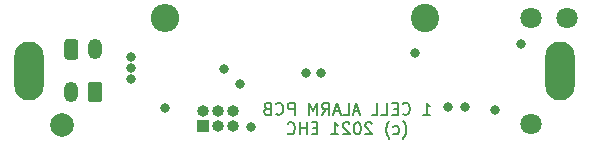
<source format=gbr>
%TF.GenerationSoftware,KiCad,Pcbnew,(5.1.10-1-10_14)*%
%TF.CreationDate,2021-11-16T21:19:30+13:00*%
%TF.ProjectId,BMSladder,424d536c-6164-4646-9572-2e6b69636164,rev?*%
%TF.SameCoordinates,Original*%
%TF.FileFunction,Soldermask,Bot*%
%TF.FilePolarity,Negative*%
%FSLAX46Y46*%
G04 Gerber Fmt 4.6, Leading zero omitted, Abs format (unit mm)*
G04 Created by KiCad (PCBNEW (5.1.10-1-10_14)) date 2021-11-16 21:19:30*
%MOMM*%
%LPD*%
G01*
G04 APERTURE LIST*
%ADD10C,0.150000*%
%ADD11C,1.800000*%
%ADD12O,1.200000X1.750000*%
%ADD13O,1.000000X1.000000*%
%ADD14R,1.000000X1.000000*%
%ADD15O,2.400000X2.400000*%
%ADD16C,2.400000*%
%ADD17C,2.000000*%
%ADD18O,2.500000X5.000000*%
%ADD19C,0.800000*%
G04 APERTURE END LIST*
D10*
X55402380Y-29727380D02*
X55973809Y-29727380D01*
X55688095Y-29727380D02*
X55688095Y-28727380D01*
X55783333Y-28870238D01*
X55878571Y-28965476D01*
X55973809Y-29013095D01*
X53640476Y-29632142D02*
X53688095Y-29679761D01*
X53830952Y-29727380D01*
X53926190Y-29727380D01*
X54069047Y-29679761D01*
X54164285Y-29584523D01*
X54211904Y-29489285D01*
X54259523Y-29298809D01*
X54259523Y-29155952D01*
X54211904Y-28965476D01*
X54164285Y-28870238D01*
X54069047Y-28775000D01*
X53926190Y-28727380D01*
X53830952Y-28727380D01*
X53688095Y-28775000D01*
X53640476Y-28822619D01*
X53211904Y-29203571D02*
X52878571Y-29203571D01*
X52735714Y-29727380D02*
X53211904Y-29727380D01*
X53211904Y-28727380D01*
X52735714Y-28727380D01*
X51830952Y-29727380D02*
X52307142Y-29727380D01*
X52307142Y-28727380D01*
X51021428Y-29727380D02*
X51497619Y-29727380D01*
X51497619Y-28727380D01*
X49973809Y-29441666D02*
X49497619Y-29441666D01*
X50069047Y-29727380D02*
X49735714Y-28727380D01*
X49402380Y-29727380D01*
X48592857Y-29727380D02*
X49069047Y-29727380D01*
X49069047Y-28727380D01*
X48307142Y-29441666D02*
X47830952Y-29441666D01*
X48402380Y-29727380D02*
X48069047Y-28727380D01*
X47735714Y-29727380D01*
X46830952Y-29727380D02*
X47164285Y-29251190D01*
X47402380Y-29727380D02*
X47402380Y-28727380D01*
X47021428Y-28727380D01*
X46926190Y-28775000D01*
X46878571Y-28822619D01*
X46830952Y-28917857D01*
X46830952Y-29060714D01*
X46878571Y-29155952D01*
X46926190Y-29203571D01*
X47021428Y-29251190D01*
X47402380Y-29251190D01*
X46402380Y-29727380D02*
X46402380Y-28727380D01*
X46069047Y-29441666D01*
X45735714Y-28727380D01*
X45735714Y-29727380D01*
X44497619Y-29727380D02*
X44497619Y-28727380D01*
X44116666Y-28727380D01*
X44021428Y-28775000D01*
X43973809Y-28822619D01*
X43926190Y-28917857D01*
X43926190Y-29060714D01*
X43973809Y-29155952D01*
X44021428Y-29203571D01*
X44116666Y-29251190D01*
X44497619Y-29251190D01*
X42926190Y-29632142D02*
X42973809Y-29679761D01*
X43116666Y-29727380D01*
X43211904Y-29727380D01*
X43354761Y-29679761D01*
X43450000Y-29584523D01*
X43497619Y-29489285D01*
X43545238Y-29298809D01*
X43545238Y-29155952D01*
X43497619Y-28965476D01*
X43450000Y-28870238D01*
X43354761Y-28775000D01*
X43211904Y-28727380D01*
X43116666Y-28727380D01*
X42973809Y-28775000D01*
X42926190Y-28822619D01*
X42164285Y-29203571D02*
X42021428Y-29251190D01*
X41973809Y-29298809D01*
X41926190Y-29394047D01*
X41926190Y-29536904D01*
X41973809Y-29632142D01*
X42021428Y-29679761D01*
X42116666Y-29727380D01*
X42497619Y-29727380D01*
X42497619Y-28727380D01*
X42164285Y-28727380D01*
X42069047Y-28775000D01*
X42021428Y-28822619D01*
X41973809Y-28917857D01*
X41973809Y-29013095D01*
X42021428Y-29108333D01*
X42069047Y-29155952D01*
X42164285Y-29203571D01*
X42497619Y-29203571D01*
X53664285Y-31758333D02*
X53711904Y-31710714D01*
X53807142Y-31567857D01*
X53854761Y-31472619D01*
X53902380Y-31329761D01*
X53950000Y-31091666D01*
X53950000Y-30901190D01*
X53902380Y-30663095D01*
X53854761Y-30520238D01*
X53807142Y-30425000D01*
X53711904Y-30282142D01*
X53664285Y-30234523D01*
X52854761Y-31329761D02*
X52950000Y-31377380D01*
X53140476Y-31377380D01*
X53235714Y-31329761D01*
X53283333Y-31282142D01*
X53330952Y-31186904D01*
X53330952Y-30901190D01*
X53283333Y-30805952D01*
X53235714Y-30758333D01*
X53140476Y-30710714D01*
X52950000Y-30710714D01*
X52854761Y-30758333D01*
X52521428Y-31758333D02*
X52473809Y-31710714D01*
X52378571Y-31567857D01*
X52330952Y-31472619D01*
X52283333Y-31329761D01*
X52235714Y-31091666D01*
X52235714Y-30901190D01*
X52283333Y-30663095D01*
X52330952Y-30520238D01*
X52378571Y-30425000D01*
X52473809Y-30282142D01*
X52521428Y-30234523D01*
X51045238Y-30472619D02*
X50997619Y-30425000D01*
X50902380Y-30377380D01*
X50664285Y-30377380D01*
X50569047Y-30425000D01*
X50521428Y-30472619D01*
X50473809Y-30567857D01*
X50473809Y-30663095D01*
X50521428Y-30805952D01*
X51092857Y-31377380D01*
X50473809Y-31377380D01*
X49854761Y-30377380D02*
X49759523Y-30377380D01*
X49664285Y-30425000D01*
X49616666Y-30472619D01*
X49569047Y-30567857D01*
X49521428Y-30758333D01*
X49521428Y-30996428D01*
X49569047Y-31186904D01*
X49616666Y-31282142D01*
X49664285Y-31329761D01*
X49759523Y-31377380D01*
X49854761Y-31377380D01*
X49950000Y-31329761D01*
X49997619Y-31282142D01*
X50045238Y-31186904D01*
X50092857Y-30996428D01*
X50092857Y-30758333D01*
X50045238Y-30567857D01*
X49997619Y-30472619D01*
X49950000Y-30425000D01*
X49854761Y-30377380D01*
X49140476Y-30472619D02*
X49092857Y-30425000D01*
X48997619Y-30377380D01*
X48759523Y-30377380D01*
X48664285Y-30425000D01*
X48616666Y-30472619D01*
X48569047Y-30567857D01*
X48569047Y-30663095D01*
X48616666Y-30805952D01*
X49188095Y-31377380D01*
X48569047Y-31377380D01*
X47616666Y-31377380D02*
X48188095Y-31377380D01*
X47902380Y-31377380D02*
X47902380Y-30377380D01*
X47997619Y-30520238D01*
X48092857Y-30615476D01*
X48188095Y-30663095D01*
X46426190Y-30853571D02*
X46092857Y-30853571D01*
X45950000Y-31377380D02*
X46426190Y-31377380D01*
X46426190Y-30377380D01*
X45950000Y-30377380D01*
X45521428Y-31377380D02*
X45521428Y-30377380D01*
X45521428Y-30853571D02*
X44950000Y-30853571D01*
X44950000Y-31377380D02*
X44950000Y-30377380D01*
X43902380Y-31282142D02*
X43950000Y-31329761D01*
X44092857Y-31377380D01*
X44188095Y-31377380D01*
X44330952Y-31329761D01*
X44426190Y-31234523D01*
X44473809Y-31139285D01*
X44521428Y-30948809D01*
X44521428Y-30805952D01*
X44473809Y-30615476D01*
X44426190Y-30520238D01*
X44330952Y-30425000D01*
X44188095Y-30377380D01*
X44092857Y-30377380D01*
X43950000Y-30425000D01*
X43902380Y-30472619D01*
D11*
%TO.C,J7*%
X67550000Y-21500000D03*
%TD*%
D12*
%TO.C,J6*%
X27600000Y-24200000D03*
G36*
G01*
X25000000Y-24825001D02*
X25000000Y-23574999D01*
G75*
G02*
X25249999Y-23325000I249999J0D01*
G01*
X25950001Y-23325000D01*
G75*
G02*
X26200000Y-23574999I0J-249999D01*
G01*
X26200000Y-24825001D01*
G75*
G02*
X25950001Y-25075000I-249999J0D01*
G01*
X25249999Y-25075000D01*
G75*
G02*
X25000000Y-24825001I0J249999D01*
G01*
G37*
%TD*%
%TO.C,J3*%
X25600000Y-27800000D03*
G36*
G01*
X28200000Y-27174999D02*
X28200000Y-28425001D01*
G75*
G02*
X27950001Y-28675000I-249999J0D01*
G01*
X27249999Y-28675000D01*
G75*
G02*
X27000000Y-28425001I0J249999D01*
G01*
X27000000Y-27174999D01*
G75*
G02*
X27249999Y-26925000I249999J0D01*
G01*
X27950001Y-26925000D01*
G75*
G02*
X28200000Y-27174999I0J-249999D01*
G01*
G37*
%TD*%
D11*
%TO.C,J1*%
X64500000Y-21500000D03*
%TD*%
D13*
%TO.C,J5*%
X39290000Y-29450000D03*
X39290000Y-30720000D03*
X38020000Y-29450000D03*
X38020000Y-30720000D03*
X36750000Y-29450000D03*
D14*
X36750000Y-30720000D03*
%TD*%
D15*
%TO.C,R7*%
X33500000Y-21500000D03*
D16*
X55500000Y-21500000D03*
%TD*%
D17*
%TO.C,J4*%
X24800000Y-30600000D03*
%TD*%
D18*
%TO.C,H2*%
X22000000Y-26000000D03*
%TD*%
%TO.C,H1*%
X67000000Y-26000000D03*
%TD*%
D11*
%TO.C,J2*%
X64500000Y-30500000D03*
%TD*%
D19*
X39850000Y-27150000D03*
X57500000Y-29100000D03*
X46750000Y-26200010D03*
X33500000Y-29200006D03*
X30650035Y-25749987D03*
X30650035Y-24799963D03*
X30650000Y-26700000D03*
X54700000Y-24499990D03*
X58900000Y-29100000D03*
X61500000Y-29350000D03*
X63700000Y-23700000D03*
X45501730Y-26198270D03*
X38500000Y-25850000D03*
X40840012Y-30744678D03*
M02*

</source>
